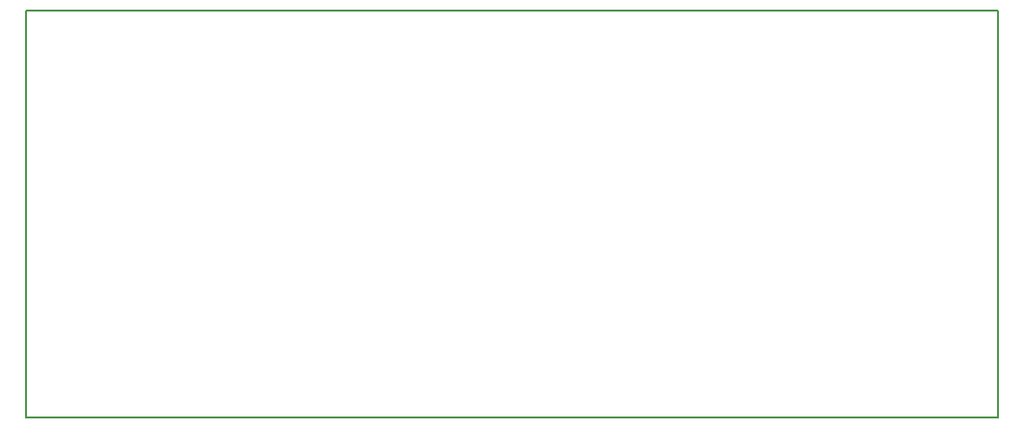
<source format=gbo>
G04 MADE WITH FRITZING*
G04 WWW.FRITZING.ORG*
G04 DOUBLE SIDED*
G04 HOLES PLATED*
G04 CONTOUR ON CENTER OF CONTOUR VECTOR*
%ASAXBY*%
%FSLAX23Y23*%
%MOIN*%
%OFA0B0*%
%SFA1.0B1.0*%
%ADD10R,3.374020X1.417320X3.358020X1.401320*%
%ADD11C,0.008000*%
%LNSILK0*%
G90*
G70*
G54D11*
X4Y1413D02*
X3370Y1413D01*
X3370Y4D01*
X4Y4D01*
X4Y1413D01*
D02*
G04 End of Silk0*
M02*
</source>
